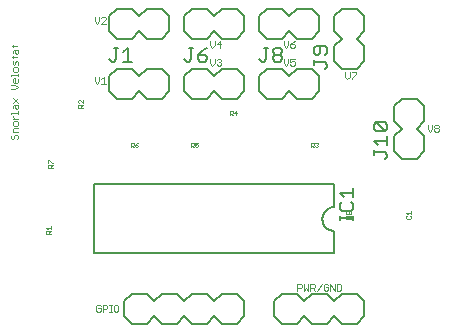
<source format=gto>
G75*
%MOIN*%
%OFA0B0*%
%FSLAX25Y25*%
%IPPOS*%
%LPD*%
%AMOC8*
5,1,8,0,0,1.08239X$1,22.5*
%
%ADD10C,0.00200*%
%ADD11C,0.00800*%
%ADD12C,0.00100*%
%ADD13C,0.00600*%
%ADD14C,0.00500*%
D10*
X0485531Y0067967D02*
X0485898Y0067600D01*
X0486265Y0067600D01*
X0486632Y0067967D01*
X0486632Y0068701D01*
X0486999Y0069068D01*
X0487366Y0069068D01*
X0487733Y0068701D01*
X0487733Y0067967D01*
X0487366Y0067600D01*
X0485531Y0067967D02*
X0485531Y0068701D01*
X0485898Y0069068D01*
X0486265Y0069810D02*
X0486265Y0070911D01*
X0486632Y0071278D01*
X0487733Y0071278D01*
X0487366Y0072020D02*
X0487733Y0072387D01*
X0487733Y0073121D01*
X0487366Y0073488D01*
X0486632Y0073488D01*
X0486265Y0073121D01*
X0486265Y0072387D01*
X0486632Y0072020D01*
X0487366Y0072020D01*
X0486999Y0074230D02*
X0486265Y0074964D01*
X0486265Y0075331D01*
X0485531Y0076071D02*
X0485531Y0076438D01*
X0487733Y0076438D01*
X0487733Y0076071D02*
X0487733Y0076805D01*
X0487366Y0077544D02*
X0486999Y0077911D01*
X0486999Y0079012D01*
X0486632Y0079012D02*
X0487733Y0079012D01*
X0487733Y0077911D01*
X0487366Y0077544D01*
X0486265Y0077911D02*
X0486265Y0078645D01*
X0486632Y0079012D01*
X0486265Y0079754D02*
X0487733Y0081222D01*
X0487733Y0079754D02*
X0486265Y0081222D01*
X0485531Y0084174D02*
X0486999Y0084174D01*
X0487733Y0084908D01*
X0486999Y0085642D01*
X0485531Y0085642D01*
X0486632Y0086384D02*
X0486265Y0086751D01*
X0486265Y0087485D01*
X0486632Y0087852D01*
X0486999Y0087852D01*
X0486999Y0086384D01*
X0487366Y0086384D02*
X0486632Y0086384D01*
X0487366Y0086384D02*
X0487733Y0086751D01*
X0487733Y0087485D01*
X0487733Y0088594D02*
X0487733Y0089328D01*
X0487733Y0088961D02*
X0485531Y0088961D01*
X0485531Y0088594D01*
X0486632Y0090067D02*
X0487366Y0090067D01*
X0487733Y0090434D01*
X0487733Y0091168D01*
X0487366Y0091535D01*
X0486632Y0091535D01*
X0486265Y0091168D01*
X0486265Y0090434D01*
X0486632Y0090067D01*
X0486632Y0092277D02*
X0486265Y0092644D01*
X0486265Y0093745D01*
X0486265Y0094487D02*
X0486265Y0095221D01*
X0485898Y0094854D02*
X0487366Y0094854D01*
X0487733Y0095221D01*
X0487366Y0095960D02*
X0486999Y0096327D01*
X0486999Y0097428D01*
X0486632Y0097428D02*
X0487733Y0097428D01*
X0487733Y0096327D01*
X0487366Y0095960D01*
X0486265Y0096327D02*
X0486265Y0097061D01*
X0486632Y0097428D01*
X0486265Y0098170D02*
X0486265Y0098904D01*
X0485898Y0098537D02*
X0487366Y0098537D01*
X0487733Y0098904D01*
X0487366Y0093745D02*
X0486999Y0093378D01*
X0486999Y0092644D01*
X0486632Y0092277D01*
X0487733Y0092277D02*
X0487733Y0093378D01*
X0487366Y0093745D01*
X0513433Y0088302D02*
X0513433Y0086834D01*
X0514167Y0086100D01*
X0514901Y0086834D01*
X0514901Y0088302D01*
X0515643Y0087568D02*
X0516377Y0088302D01*
X0516377Y0086100D01*
X0515643Y0086100D02*
X0517111Y0086100D01*
X0551933Y0092834D02*
X0552667Y0092100D01*
X0553401Y0092834D01*
X0553401Y0094302D01*
X0554143Y0093935D02*
X0554510Y0094302D01*
X0555244Y0094302D01*
X0555611Y0093935D01*
X0555611Y0093568D01*
X0555244Y0093201D01*
X0555611Y0092834D01*
X0555611Y0092467D01*
X0555244Y0092100D01*
X0554510Y0092100D01*
X0554143Y0092467D01*
X0554877Y0093201D02*
X0555244Y0093201D01*
X0551933Y0092834D02*
X0551933Y0094302D01*
X0552667Y0098100D02*
X0553401Y0098834D01*
X0553401Y0100302D01*
X0554143Y0099201D02*
X0555611Y0099201D01*
X0555244Y0098100D02*
X0555244Y0100302D01*
X0554143Y0099201D01*
X0552667Y0098100D02*
X0551933Y0098834D01*
X0551933Y0100302D01*
X0576433Y0100302D02*
X0576433Y0098834D01*
X0577167Y0098100D01*
X0577901Y0098834D01*
X0577901Y0100302D01*
X0578643Y0099201D02*
X0579377Y0099935D01*
X0580111Y0100302D01*
X0579744Y0099201D02*
X0578643Y0099201D01*
X0578643Y0098467D01*
X0579010Y0098100D01*
X0579744Y0098100D01*
X0580111Y0098467D01*
X0580111Y0098834D01*
X0579744Y0099201D01*
X0580111Y0094302D02*
X0578643Y0094302D01*
X0578643Y0093201D01*
X0579377Y0093568D01*
X0579744Y0093568D01*
X0580111Y0093201D01*
X0580111Y0092467D01*
X0579744Y0092100D01*
X0579010Y0092100D01*
X0578643Y0092467D01*
X0577901Y0092834D02*
X0577901Y0094302D01*
X0576433Y0094302D02*
X0576433Y0092834D01*
X0577167Y0092100D01*
X0577901Y0092834D01*
X0596933Y0089802D02*
X0596933Y0088334D01*
X0597667Y0087600D01*
X0598401Y0088334D01*
X0598401Y0089802D01*
X0599143Y0089802D02*
X0600611Y0089802D01*
X0600611Y0089435D01*
X0599143Y0087967D01*
X0599143Y0087600D01*
X0624433Y0072302D02*
X0624433Y0070834D01*
X0625167Y0070100D01*
X0625901Y0070834D01*
X0625901Y0072302D01*
X0626643Y0071935D02*
X0626643Y0071568D01*
X0627010Y0071201D01*
X0627744Y0071201D01*
X0628111Y0070834D01*
X0628111Y0070467D01*
X0627744Y0070100D01*
X0627010Y0070100D01*
X0626643Y0070467D01*
X0626643Y0070834D01*
X0627010Y0071201D01*
X0627744Y0071201D02*
X0628111Y0071568D01*
X0628111Y0071935D01*
X0627744Y0072302D01*
X0627010Y0072302D01*
X0626643Y0071935D01*
X0487733Y0069810D02*
X0486265Y0069810D01*
X0486265Y0074230D02*
X0487733Y0074230D01*
X0514167Y0106100D02*
X0514901Y0106834D01*
X0514901Y0108302D01*
X0515643Y0107935D02*
X0516010Y0108302D01*
X0516744Y0108302D01*
X0517111Y0107935D01*
X0517111Y0107568D01*
X0515643Y0106100D01*
X0517111Y0106100D01*
X0514167Y0106100D02*
X0513433Y0106834D01*
X0513433Y0108302D01*
X0580933Y0019302D02*
X0582034Y0019302D01*
X0582401Y0018935D01*
X0582401Y0018201D01*
X0582034Y0017834D01*
X0580933Y0017834D01*
X0580933Y0017100D02*
X0580933Y0019302D01*
X0583143Y0019302D02*
X0583143Y0017100D01*
X0583877Y0017834D01*
X0584611Y0017100D01*
X0584611Y0019302D01*
X0585353Y0019302D02*
X0586454Y0019302D01*
X0586821Y0018935D01*
X0586821Y0018201D01*
X0586454Y0017834D01*
X0585353Y0017834D01*
X0585353Y0017100D02*
X0585353Y0019302D01*
X0586087Y0017834D02*
X0586821Y0017100D01*
X0587563Y0017100D02*
X0589031Y0019302D01*
X0589773Y0018935D02*
X0589773Y0017467D01*
X0590140Y0017100D01*
X0590874Y0017100D01*
X0591241Y0017467D01*
X0591241Y0018201D01*
X0590507Y0018201D01*
X0591241Y0018935D02*
X0590874Y0019302D01*
X0590140Y0019302D01*
X0589773Y0018935D01*
X0591983Y0019302D02*
X0593451Y0017100D01*
X0593451Y0019302D01*
X0594193Y0019302D02*
X0595294Y0019302D01*
X0595661Y0018935D01*
X0595661Y0017467D01*
X0595294Y0017100D01*
X0594193Y0017100D01*
X0594193Y0019302D01*
X0591983Y0019302D02*
X0591983Y0017100D01*
X0521294Y0011935D02*
X0521294Y0010467D01*
X0520927Y0010100D01*
X0520193Y0010100D01*
X0519826Y0010467D01*
X0519826Y0011935D01*
X0520193Y0012302D01*
X0520927Y0012302D01*
X0521294Y0011935D01*
X0519087Y0012302D02*
X0518353Y0012302D01*
X0518720Y0012302D02*
X0518720Y0010100D01*
X0518353Y0010100D02*
X0519087Y0010100D01*
X0517611Y0011201D02*
X0517244Y0010834D01*
X0516143Y0010834D01*
X0516143Y0010100D02*
X0516143Y0012302D01*
X0517244Y0012302D01*
X0517611Y0011935D01*
X0517611Y0011201D01*
X0515401Y0011201D02*
X0515401Y0010467D01*
X0515034Y0010100D01*
X0514300Y0010100D01*
X0513933Y0010467D01*
X0513933Y0011935D01*
X0514300Y0012302D01*
X0515034Y0012302D01*
X0515401Y0011935D01*
X0515401Y0011201D02*
X0514667Y0011201D01*
D11*
X0523333Y0013500D02*
X0523333Y0008500D01*
X0525833Y0006000D01*
X0530833Y0006000D01*
X0533333Y0008500D01*
X0535833Y0006000D01*
X0540833Y0006000D01*
X0543333Y0008500D01*
X0545833Y0006000D01*
X0550833Y0006000D01*
X0553333Y0008500D01*
X0555833Y0006000D01*
X0560833Y0006000D01*
X0563333Y0008500D01*
X0563333Y0013500D01*
X0560833Y0016000D01*
X0555833Y0016000D01*
X0553333Y0013500D01*
X0550833Y0016000D01*
X0545833Y0016000D01*
X0543333Y0013500D01*
X0540833Y0016000D01*
X0535833Y0016000D01*
X0533333Y0013500D01*
X0530833Y0016000D01*
X0525833Y0016000D01*
X0523333Y0013500D01*
X0573333Y0013500D02*
X0573333Y0008500D01*
X0575833Y0006000D01*
X0580833Y0006000D01*
X0583333Y0008500D01*
X0585833Y0006000D01*
X0590833Y0006000D01*
X0593333Y0008500D01*
X0595833Y0006000D01*
X0600833Y0006000D01*
X0603333Y0008500D01*
X0603333Y0013500D01*
X0600833Y0016000D01*
X0595833Y0016000D01*
X0593333Y0013500D01*
X0590833Y0016000D01*
X0585833Y0016000D01*
X0583333Y0013500D01*
X0580833Y0016000D01*
X0575833Y0016000D01*
X0573333Y0013500D01*
X0615833Y0061000D02*
X0613333Y0063500D01*
X0613333Y0068500D01*
X0615833Y0071000D01*
X0613333Y0073500D01*
X0613333Y0078500D01*
X0615833Y0081000D01*
X0620833Y0081000D01*
X0623333Y0078500D01*
X0623333Y0073500D01*
X0620833Y0071000D01*
X0623333Y0068500D01*
X0623333Y0063500D01*
X0620833Y0061000D01*
X0615833Y0061000D01*
X0588333Y0083500D02*
X0585833Y0081000D01*
X0580833Y0081000D01*
X0578333Y0083500D01*
X0575833Y0081000D01*
X0570833Y0081000D01*
X0568333Y0083500D01*
X0568333Y0088500D01*
X0570833Y0091000D01*
X0575833Y0091000D01*
X0578333Y0088500D01*
X0580833Y0091000D01*
X0585833Y0091000D01*
X0588333Y0088500D01*
X0588333Y0083500D01*
X0563333Y0083500D02*
X0563333Y0088500D01*
X0560833Y0091000D01*
X0555833Y0091000D01*
X0553333Y0088500D01*
X0550833Y0091000D01*
X0545833Y0091000D01*
X0543333Y0088500D01*
X0543333Y0083500D01*
X0545833Y0081000D01*
X0550833Y0081000D01*
X0553333Y0083500D01*
X0555833Y0081000D01*
X0560833Y0081000D01*
X0563333Y0083500D01*
X0538333Y0083500D02*
X0538333Y0088500D01*
X0535833Y0091000D01*
X0530833Y0091000D01*
X0528333Y0088500D01*
X0525833Y0091000D01*
X0520833Y0091000D01*
X0518333Y0088500D01*
X0518333Y0083500D01*
X0520833Y0081000D01*
X0525833Y0081000D01*
X0528333Y0083500D01*
X0530833Y0081000D01*
X0535833Y0081000D01*
X0538333Y0083500D01*
X0593333Y0093500D02*
X0595833Y0091000D01*
X0600833Y0091000D01*
X0603333Y0093500D01*
X0603333Y0098500D01*
X0600833Y0101000D01*
X0603333Y0103500D01*
X0603333Y0108500D01*
X0600833Y0111000D01*
X0595833Y0111000D01*
X0593333Y0108500D01*
X0593333Y0103500D01*
X0595833Y0101000D01*
X0593333Y0098500D01*
X0593333Y0093500D01*
X0585833Y0101000D02*
X0580833Y0101000D01*
X0578333Y0103500D01*
X0575833Y0101000D01*
X0570833Y0101000D01*
X0568333Y0103500D01*
X0568333Y0108500D01*
X0570833Y0111000D01*
X0575833Y0111000D01*
X0578333Y0108500D01*
X0580833Y0111000D01*
X0585833Y0111000D01*
X0588333Y0108500D01*
X0588333Y0103500D01*
X0585833Y0101000D01*
X0563333Y0103500D02*
X0563333Y0108500D01*
X0560833Y0111000D01*
X0555833Y0111000D01*
X0553333Y0108500D01*
X0550833Y0111000D01*
X0545833Y0111000D01*
X0543333Y0108500D01*
X0543333Y0103500D01*
X0545833Y0101000D01*
X0550833Y0101000D01*
X0553333Y0103500D01*
X0555833Y0101000D01*
X0560833Y0101000D01*
X0563333Y0103500D01*
X0538333Y0103500D02*
X0538333Y0108500D01*
X0535833Y0111000D01*
X0530833Y0111000D01*
X0528333Y0108500D01*
X0525833Y0111000D01*
X0520833Y0111000D01*
X0518333Y0108500D01*
X0518333Y0103500D01*
X0520833Y0101000D01*
X0525833Y0101000D01*
X0528333Y0103500D01*
X0530833Y0101000D01*
X0535833Y0101000D01*
X0538333Y0103500D01*
D12*
X0509383Y0080578D02*
X0509383Y0079577D01*
X0508382Y0080578D01*
X0508132Y0080578D01*
X0507882Y0080327D01*
X0507882Y0079827D01*
X0508132Y0079577D01*
X0508132Y0079104D02*
X0508633Y0079104D01*
X0508883Y0078854D01*
X0508883Y0078103D01*
X0509383Y0078103D02*
X0507882Y0078103D01*
X0507882Y0078854D01*
X0508132Y0079104D01*
X0508883Y0078604D02*
X0509383Y0079104D01*
X0558383Y0077051D02*
X0558383Y0075550D01*
X0558383Y0076050D02*
X0559134Y0076050D01*
X0559384Y0076301D01*
X0559384Y0076801D01*
X0559134Y0077051D01*
X0558383Y0077051D01*
X0558884Y0076050D02*
X0559384Y0075550D01*
X0559857Y0076301D02*
X0560857Y0076301D01*
X0560607Y0077051D02*
X0559857Y0076301D01*
X0560607Y0077051D02*
X0560607Y0075550D01*
X0547911Y0066451D02*
X0546910Y0066451D01*
X0546910Y0065701D01*
X0547410Y0065951D01*
X0547661Y0065951D01*
X0547911Y0065701D01*
X0547911Y0065200D01*
X0547661Y0064950D01*
X0547160Y0064950D01*
X0546910Y0065200D01*
X0546438Y0064950D02*
X0545937Y0065450D01*
X0546187Y0065450D02*
X0545437Y0065450D01*
X0545437Y0064950D02*
X0545437Y0066451D01*
X0546187Y0066451D01*
X0546438Y0066201D01*
X0546438Y0065701D01*
X0546187Y0065450D01*
X0527911Y0065450D02*
X0527661Y0065701D01*
X0526910Y0065701D01*
X0526910Y0065200D01*
X0527160Y0064950D01*
X0527661Y0064950D01*
X0527911Y0065200D01*
X0527911Y0065450D01*
X0527410Y0066201D02*
X0526910Y0065701D01*
X0526438Y0065701D02*
X0526187Y0065450D01*
X0525437Y0065450D01*
X0525437Y0064950D02*
X0525437Y0066451D01*
X0526187Y0066451D01*
X0526438Y0066201D01*
X0526438Y0065701D01*
X0525937Y0065450D02*
X0526438Y0064950D01*
X0527410Y0066201D02*
X0527911Y0066451D01*
X0499133Y0059577D02*
X0498132Y0060578D01*
X0497882Y0060578D01*
X0497882Y0059577D01*
X0498132Y0059104D02*
X0498633Y0059104D01*
X0498883Y0058854D01*
X0498883Y0058103D01*
X0499383Y0058103D02*
X0497882Y0058103D01*
X0497882Y0058854D01*
X0498132Y0059104D01*
X0498883Y0058604D02*
X0499383Y0059104D01*
X0499383Y0059577D02*
X0499133Y0059577D01*
X0585437Y0064950D02*
X0585437Y0066451D01*
X0586187Y0066451D01*
X0586438Y0066201D01*
X0586438Y0065701D01*
X0586187Y0065450D01*
X0585437Y0065450D01*
X0585937Y0065450D02*
X0586438Y0064950D01*
X0586910Y0065200D02*
X0587160Y0064950D01*
X0587661Y0064950D01*
X0587911Y0065200D01*
X0587911Y0065450D01*
X0587661Y0065701D01*
X0587410Y0065701D01*
X0587661Y0065701D02*
X0587911Y0065951D01*
X0587911Y0066201D01*
X0587661Y0066451D01*
X0587160Y0066451D01*
X0586910Y0066201D01*
X0597532Y0043524D02*
X0597782Y0043524D01*
X0598033Y0043274D01*
X0598033Y0042773D01*
X0597782Y0042523D01*
X0597532Y0042523D01*
X0597282Y0042773D01*
X0597282Y0043274D01*
X0597532Y0043524D01*
X0598033Y0043274D02*
X0598283Y0043524D01*
X0598533Y0043524D01*
X0598783Y0043274D01*
X0598783Y0042773D01*
X0598533Y0042523D01*
X0598283Y0042523D01*
X0598033Y0042773D01*
X0598033Y0042051D02*
X0598283Y0041801D01*
X0598283Y0041050D01*
X0598783Y0041050D02*
X0597282Y0041050D01*
X0597282Y0041801D01*
X0597532Y0042051D01*
X0598033Y0042051D01*
X0598283Y0041550D02*
X0598783Y0042051D01*
X0617282Y0041801D02*
X0617282Y0041300D01*
X0617532Y0041050D01*
X0618533Y0041050D01*
X0618783Y0041300D01*
X0618783Y0041801D01*
X0618533Y0042051D01*
X0618783Y0042523D02*
X0618783Y0043524D01*
X0618783Y0043024D02*
X0617282Y0043024D01*
X0617782Y0042523D01*
X0617532Y0042051D02*
X0617282Y0041801D01*
X0498783Y0038524D02*
X0498783Y0037523D01*
X0498783Y0037051D02*
X0498283Y0036550D01*
X0498283Y0036801D02*
X0498283Y0036050D01*
X0498783Y0036050D02*
X0497282Y0036050D01*
X0497282Y0036801D01*
X0497532Y0037051D01*
X0498033Y0037051D01*
X0498283Y0036801D01*
X0497782Y0037523D02*
X0497282Y0038024D01*
X0498783Y0038024D01*
D13*
X0513333Y0029500D02*
X0513333Y0052500D01*
X0593333Y0052500D01*
X0593333Y0045000D01*
X0593207Y0044998D01*
X0593082Y0044992D01*
X0592957Y0044982D01*
X0592832Y0044968D01*
X0592707Y0044951D01*
X0592583Y0044929D01*
X0592460Y0044904D01*
X0592338Y0044874D01*
X0592217Y0044841D01*
X0592097Y0044804D01*
X0591978Y0044764D01*
X0591861Y0044719D01*
X0591744Y0044671D01*
X0591630Y0044619D01*
X0591517Y0044564D01*
X0591406Y0044505D01*
X0591297Y0044443D01*
X0591190Y0044377D01*
X0591085Y0044308D01*
X0590982Y0044236D01*
X0590881Y0044161D01*
X0590783Y0044082D01*
X0590688Y0044000D01*
X0590595Y0043916D01*
X0590505Y0043828D01*
X0590417Y0043738D01*
X0590333Y0043645D01*
X0590251Y0043550D01*
X0590172Y0043452D01*
X0590097Y0043351D01*
X0590025Y0043248D01*
X0589956Y0043143D01*
X0589890Y0043036D01*
X0589828Y0042927D01*
X0589769Y0042816D01*
X0589714Y0042703D01*
X0589662Y0042589D01*
X0589614Y0042472D01*
X0589569Y0042355D01*
X0589529Y0042236D01*
X0589492Y0042116D01*
X0589459Y0041995D01*
X0589429Y0041873D01*
X0589404Y0041750D01*
X0589382Y0041626D01*
X0589365Y0041501D01*
X0589351Y0041376D01*
X0589341Y0041251D01*
X0589335Y0041126D01*
X0589333Y0041000D01*
X0589335Y0040874D01*
X0589341Y0040749D01*
X0589351Y0040624D01*
X0589365Y0040499D01*
X0589382Y0040374D01*
X0589404Y0040250D01*
X0589429Y0040127D01*
X0589459Y0040005D01*
X0589492Y0039884D01*
X0589529Y0039764D01*
X0589569Y0039645D01*
X0589614Y0039528D01*
X0589662Y0039411D01*
X0589714Y0039297D01*
X0589769Y0039184D01*
X0589828Y0039073D01*
X0589890Y0038964D01*
X0589956Y0038857D01*
X0590025Y0038752D01*
X0590097Y0038649D01*
X0590172Y0038548D01*
X0590251Y0038450D01*
X0590333Y0038355D01*
X0590417Y0038262D01*
X0590505Y0038172D01*
X0590595Y0038084D01*
X0590688Y0038000D01*
X0590783Y0037918D01*
X0590881Y0037839D01*
X0590982Y0037764D01*
X0591085Y0037692D01*
X0591190Y0037623D01*
X0591297Y0037557D01*
X0591406Y0037495D01*
X0591517Y0037436D01*
X0591630Y0037381D01*
X0591744Y0037329D01*
X0591861Y0037281D01*
X0591978Y0037236D01*
X0592097Y0037196D01*
X0592217Y0037159D01*
X0592338Y0037126D01*
X0592460Y0037096D01*
X0592583Y0037071D01*
X0592707Y0037049D01*
X0592832Y0037032D01*
X0592957Y0037018D01*
X0593082Y0037008D01*
X0593207Y0037002D01*
X0593333Y0037000D01*
X0593333Y0029500D01*
X0513333Y0029500D01*
D14*
X0595079Y0040473D02*
X0595079Y0041974D01*
X0595079Y0041223D02*
X0599583Y0041223D01*
X0599583Y0040473D02*
X0599583Y0041974D01*
X0598833Y0043542D02*
X0599583Y0044293D01*
X0599583Y0045794D01*
X0598833Y0046545D01*
X0595830Y0046545D02*
X0595079Y0045794D01*
X0595079Y0044293D01*
X0595830Y0043542D01*
X0598833Y0043542D01*
X0599583Y0048146D02*
X0599583Y0051149D01*
X0599583Y0049647D02*
X0595079Y0049647D01*
X0596581Y0048146D01*
X0610133Y0060950D02*
X0610883Y0061701D01*
X0610883Y0062451D01*
X0610133Y0063202D01*
X0606379Y0063202D01*
X0606379Y0062451D02*
X0606379Y0063953D01*
X0607881Y0065554D02*
X0606379Y0067055D01*
X0610883Y0067055D01*
X0610883Y0065554D02*
X0610883Y0068556D01*
X0610133Y0070158D02*
X0607130Y0073160D01*
X0610133Y0073160D01*
X0610883Y0072410D01*
X0610883Y0070908D01*
X0610133Y0070158D01*
X0607130Y0070158D01*
X0606379Y0070908D01*
X0606379Y0072410D01*
X0607130Y0073160D01*
X0590133Y0090950D02*
X0590883Y0091701D01*
X0590883Y0092451D01*
X0590133Y0093202D01*
X0586379Y0093202D01*
X0586379Y0092451D02*
X0586379Y0093953D01*
X0587130Y0095554D02*
X0587881Y0095554D01*
X0588631Y0096305D01*
X0588631Y0098556D01*
X0587130Y0098556D02*
X0586379Y0097806D01*
X0586379Y0096305D01*
X0587130Y0095554D01*
X0590133Y0095554D02*
X0590883Y0096305D01*
X0590883Y0097806D01*
X0590133Y0098556D01*
X0587130Y0098556D01*
X0575890Y0097203D02*
X0575890Y0096453D01*
X0575139Y0095702D01*
X0573638Y0095702D01*
X0572887Y0096453D01*
X0572887Y0097203D01*
X0573638Y0097954D01*
X0575139Y0097954D01*
X0575890Y0097203D01*
X0571286Y0097954D02*
X0569785Y0097954D01*
X0570535Y0097954D02*
X0570535Y0094201D01*
X0569785Y0093450D01*
X0569034Y0093450D01*
X0568283Y0094201D01*
X0572887Y0094201D02*
X0572887Y0094951D01*
X0573638Y0095702D01*
X0575139Y0095702D02*
X0575890Y0094951D01*
X0575890Y0094201D01*
X0575139Y0093450D01*
X0573638Y0093450D01*
X0572887Y0094201D01*
X0550890Y0094201D02*
X0550139Y0093450D01*
X0548638Y0093450D01*
X0547887Y0094201D01*
X0547887Y0095702D01*
X0550139Y0095702D01*
X0550890Y0094951D01*
X0550890Y0094201D01*
X0549389Y0097203D02*
X0547887Y0095702D01*
X0545535Y0094201D02*
X0545535Y0097954D01*
X0544785Y0097954D02*
X0546286Y0097954D01*
X0549389Y0097203D02*
X0550890Y0097954D01*
X0545535Y0094201D02*
X0544785Y0093450D01*
X0544034Y0093450D01*
X0543283Y0094201D01*
X0525890Y0093450D02*
X0522887Y0093450D01*
X0524389Y0093450D02*
X0524389Y0097954D01*
X0522887Y0096453D01*
X0521286Y0097954D02*
X0519785Y0097954D01*
X0520535Y0097954D02*
X0520535Y0094201D01*
X0519785Y0093450D01*
X0519034Y0093450D01*
X0518283Y0094201D01*
M02*

</source>
